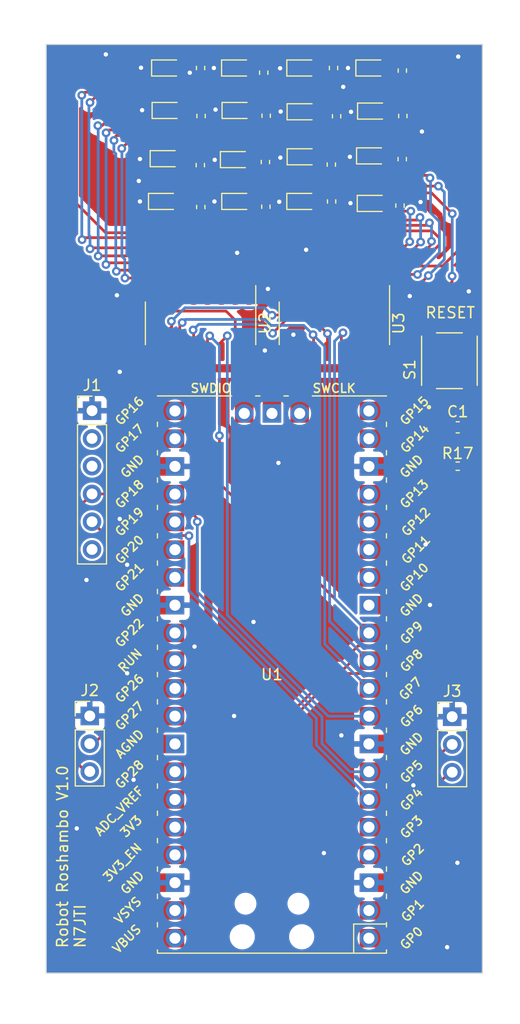
<source format=kicad_pcb>
(kicad_pcb (version 20221018) (generator pcbnew)
  (layers (0 "F.Cu" signal) (31 "B.Cu" signal) (34 "B.Paste" user) (35 "F.Paste" user) (36 "B.SilkS" user "B.Silkscreen") (37 "F.SilkS" user "F.Silkscreen") (38 "B.Mask" user) (39 "F.Mask" user) (44 "Edge.Cuts" user))
  (net 0 "")
  (net 1 "Net-(D1-A)")
  (net 2 "+5V")
  (net 3 "Net-(D2-A)")
  (net 4 "Net-(D3-A)")
  (net 5 "Net-(D4-A)")
  (net 6 "Net-(D5-A)")
  (net 7 "Net-(D6-A)")
  (net 8 "Net-(D7-A)")
  (net 9 "Net-(D8-A)")
  (net 10 "Net-(D9-A)")
  (net 11 "GND")
  (net 14 "/RX1")
  (net 15 "/TX1")
  (net 17 "Net-(D10-A)")
  (net 18 "Net-(D11-A)")
  (net 19 "Net-(D12-A)")
  (net 20 "Net-(D13-A)")
  (net 21 "Net-(D14-A)")
  (net 22 "Net-(D15-A)")
  (net 23 "Net-(D16-A)")
  (net 24 "/D1")
  (net 25 "/D2")
  (net 26 "/D3")
  (net 27 "/D4")
  (net 28 "/D5")
  (net 29 "/D6")
  (net 30 "/D7")
  (net 31 "/D8")
  (net 32 "/D9")
  (net 33 "/D10")
  (net 34 "/D11")
  (net 35 "/D12")
  (net 36 "/D13")
  (net 37 "/D14")
  (net 38 "/D15")
  (net 39 "/D16")
  (net 40 "/SER")
  (net 41 "/SRCLK")
  (net 42 "/RCLK")
  (net 54 "Net-(U1-RUN)")
  (net 61 "Net-(U1-3V3_EN)")
  (net 73 "Net-(U2-QH')")
  (net 75 "/OE")
  (footprint "LED_SMD:LED_0603_1608Metric" (layer "F.Cu") (at 124.8825 52.152)
    (fp_text reference "D4" hide)
    (fp_text value "YELLOW")
  )
  (footprint "Package_SO:SO-16_3.9x9.9mm_P1.27mm" (layer "F.Cu") (at 109.16 75.52 -90)
    (fp_text reference "U2")
    (fp_text value "74HC595")
  )
  (footprint "Resistor_SMD:R_0402_1005Metric" (layer "F.Cu") (at 121.35 52.152 90)
    (fp_text reference "R3" hide)
    (fp_text value "88")
  )
  (footprint "Capacitor_SMD:C_0603_1608Metric" (layer "F.Cu") (at 132.735254 85.040991)
    (fp_text reference "C1")
    (fp_text value "1uF")
  )
  (footprint "Resistor_SMD:R_0402_1005Metric" (layer "F.Cu") (at 127.647554 60.492167 90)
    (fp_text reference "R12" hide)
    (fp_text value "150")
  )
  (footprint "Resistor_SMD:R_0402_1005Metric" (layer "F.Cu") (at 127.441841 64.743016 90)
    (fp_text reference "R16" hide)
    (fp_text value "150")
  )
  (footprint "Connector_PinHeader_2.54mm:PinHeader_1x06_P2.54mm_Vertical" (layer "F.Cu") (at 99.207254 83.516991)
    (fp_text reference "J1")
    (fp_text value "Conn_01x06_Socket")
  )
  (footprint "LED_SMD:LED_0603_1608Metric" (layer "F.Cu") (at 106.023079 60.452739)
    (fp_text reference "D9" hide)
    (fp_text value "RED")
  )
  (footprint "Resistor_SMD:R_0402_1005Metric" (layer "F.Cu") (at 115.147795 64.848045 90)
    (fp_text reference "R14" hide)
    (fp_text value "40")
  )
  (footprint "Resistor_SMD:R_0402_1005Metric" (layer "F.Cu") (at 132.733254 88.596991)
    (fp_text reference "R17")
    (fp_text value "10k")
  )
  (footprint "Package_SO:SO-16_3.9x9.9mm_P1.27mm" (layer "F.Cu") (at 121.4282 75.52 -90)
    (fp_text reference "U3")
    (fp_text value "74HC595")
  )
  (footprint "Resistor_SMD:R_0402_1005Metric" (layer "F.Cu") (at 127.658364 52.389366 90)
    (fp_text reference "R4" hide)
    (fp_text value "150")
  )
  (footprint "TS-1187A-B-A-B:SW_TS-1187A-B-A-B" (layer "F.Cu") (at 131.973254 78.944991 90)
    (fp_text reference "S1")
    (fp_text value "TS-1187A-B-A-B")
  )
  (footprint "LED_SMD:LED_0603_1608Metric" (layer "F.Cu") (at 106.200931 56.0382)
    (fp_text reference "D5" hide)
    (fp_text value "RED")
  )
  (footprint "Resistor_SMD:R_0402_1005Metric" (layer "F.Cu") (at 115.173066 56.5208 90)
    (fp_text reference "R6" hide)
    (fp_text value "40")
  )
  (footprint "LED_SMD:LED_0603_1608Metric" (layer "F.Cu") (at 106.156419 52.152)
    (fp_text reference "D1" hide)
    (fp_text value "RED")
  )
  (footprint "Resistor_SMD:R_0402_1005Metric" (layer "F.Cu") (at 115.1036 60.7626 90)
    (fp_text reference "R10" hide)
    (fp_text value "40")
  )
  (footprint "Connector_PinHeader_2.54mm:PinHeader_1x03_P2.54mm_Vertical" (layer "F.Cu") (at 99 111.456991)
    (fp_text reference "J2")
    (fp_text value "Conn_01x03_Pin")
  )
  (footprint "Resistor_SMD:R_0402_1005Metric" (layer "F.Cu") (at 121.1488 60.9912 90)
    (fp_text reference "R11" hide)
    (fp_text value "88")
  )
  (footprint "LED_SMD:LED_0603_1608Metric" (layer "F.Cu") (at 112.6144 56.0382)
    (fp_text reference "D6" hide)
    (fp_text value "GREEN")
  )
  (footprint "LED_SMD:LED_0603_1608Metric" (layer "F.Cu") (at 125.0096 64.5472)
    (fp_text reference "D16" hide)
    (fp_text value "YELLOW")
  )
  (footprint "LED_SMD:LED_0603_1608Metric" (layer "F.Cu") (at 112.462546 60.537606)
    (fp_text reference "D10" hide)
    (fp_text value "GREEN")
  )
  (footprint "Resistor_SMD:R_0402_1005Metric" (layer "F.Cu") (at 109.204512 56.5482 90)
    (fp_text reference "R5" hide)
    (fp_text value "150")
  )
  (footprint "Resistor_SMD:R_0402_1005Metric" (layer "F.Cu") (at 114.950754 52.5818 90)
    (fp_text reference "R2" hide)
    (fp_text value "40")
  )
  (footprint "Resistor_SMD:R_0402_1005Metric" (layer "F.Cu") (at 109.179241 64.875445 90)
    (fp_text reference "R13" hide)
    (fp_text value "150")
  )
  (footprint "LED_SMD:LED_0603_1608Metric" (layer "F.Cu") (at 118.551419 52.152)
    (fp_text reference "D3" hide)
    (fp_text value "BLUE")
  )
  (footprint "Connector_PinHeader_2.54mm:PinHeader_1x03_P2.54mm_Vertical" (layer "F.Cu") (at 132.227254 111.525869)
    (fp_text reference "J3")
    (fp_text value "Conn_01x03_Pin")
  )
  (footprint "LED_SMD:LED_0603_1608Metric" (layer "F.Cu") (at 112.589129 64.365445)
    (fp_text reference "D14" hide)
    (fp_text value "GREEN")
  )
  (footprint "Resistor_SMD:R_0402_1005Metric" (layer "F.Cu") (at 109.16 52.152 90)
    (fp_text reference "R1" hide)
    (fp_text value "150")
  )
  (footprint "LED_SMD:LED_0603_1608Metric" (layer "F.Cu") (at 118.5834 60.28)
    (fp_text reference "D11" hide)
    (fp_text value "BLUE")
  )
  (footprint "LED_SMD:LED_0603_1608Metric" (layer "F.Cu") (at 105.87066 64.365445)
    (fp_text reference "D13" hide)
    (fp_text value "RED")
  )
  (footprint "LED_SMD:LED_0603_1608Metric" (layer "F.Cu") (at 118.551741 64.365445)
    (fp_text reference "D15" hide)
    (fp_text value "BLUE")
  )
  (footprint "MCU_RaspberryPi_and_Boards:RPi_Pico_SMD_TH" (layer "F.Cu") (at 115.704336 107.668709 180)
    (fp_text reference "U1")
    (fp_text value "Pico")
  )
  (footprint "Resistor_SMD:R_0402_1005Metric" (layer "F.Cu") (at 127.702876 56.5482 90)
    (fp_text reference "R8" hide)
    (fp_text value "150")
  )
  (footprint "Resistor_SMD:R_0402_1005Metric" (layer "F.Cu") (at 121.6314 56.5716 90)
    (fp_text reference "R7" hide)
    (fp_text value "88")
  )
  (footprint "LED_SMD:LED_0603_1608Metric" (layer "F.Cu") (at 112.569888 52.152)
    (fp_text reference "D2" hide)
    (fp_text value "GREEN")
  )
  (footprint "Resistor_SMD:R_0402_1005Metric" (layer "F.Cu") (at 109.135046 61.04 90)
    (fp_text reference "R9" hide)
    (fp_text value "150")
  )
  (footprint "LED_SMD:LED_0603_1608Metric" (layer "F.Cu") (at 125.038402 56.095839)
    (fp_text reference "D8" hide)
    (fp_text value "YELLOW")
  )
  (footprint "LED_SMD:LED_0603_1608Metric" (layer "F.Cu") (at 124.947719 60.198138)
    (fp_text reference "D12" hide)
    (fp_text value "YELLOW")
  )
  (footprint "LED_SMD:LED_0603_1608Metric" (layer "F.Cu") (at 118.577012 56.159489)
    (fp_text reference "D7" hide)
    (fp_text value "BLUE")
  )
  (footprint "Resistor_SMD:R_0402_1005Metric" (layer "F.Cu") (at 121.1742 64.3694 90)
    (fp_text reference "R15" hide)
    (fp_text value "88")
  )
  (gr_line (start 135 50) (end 135 135) (stroke (width 0.1)) (layer "Edge.Cuts"))
  (gr_line (start 95 50) (end 135 50) (stroke (width 0.1)) (layer "Edge.Cuts"))
  (gr_line (start 135 135) (end 95 135) (stroke (width 0.1)) (layer "Edge.Cuts"))
  (gr_line (start 95 135) (end 95 50) (stroke (width 0.1)) (layer "Edge.Cuts"))
  (gr_text "Robot Roshambo V1.0\nN7JTI" (at 98.699254 132.792991 90) (layer "F.SilkS") (effects (font (size 1 1)) (justify left bottom)))
  (gr_text "RESET" (at 129.687254 75.134991) (layer "F.SilkS") (effects (font (size 1 1)) (justify left bottom)))
  (segment (start 109.16 51.642) (end 107.453919 51.642) (width 0.25) (layer "F.Cu") (net 1))
  (segment (start 107.453919 51.642) (end 106.943919 52.152) (width 0.25) (layer "F.Cu") (net 1))
  (segment (start 113.605 78.095) (end 113.605 79.1036) (width 0.75) (layer "F.Cu") (net 2))
  (segment (start 125.7694 79.637) (end 123.7926 79.637) (width 0.75) (layer "F.Cu") (net 2))
  (segment (start 108.605254 79.637) (end 112.8684 79.637) (width 0.75) (layer "F.Cu") (net 2))
  (segment (start 113.605 79.1036) (end 114.1384 79.637) (width 0.75) (layer "F.Cu") (net 2))
  (segment (start 118.257254 78.099054) (end 118.2532 78.095) (width 0.75) (layer "F.Cu") (net 2))
  (segment (start 112.8684 79.637) (end 114.1384 79.637) (width 0.75) (layer "F.Cu") (net 2))
  (segment (start 109.875254 128.906746) (end 109.875254 80.907) (width 0.75) (layer "F.Cu") (net 2))
  (segment (start 106.983291 131.798709) (end 109.875254 128.906746) (width 0.75) (layer "F.Cu") (net 2))
  (segment (start 114.1384 79.637) (end 118.257254 79.637) (width 0.75) (layer "F.Cu") (net 2))
  (segment (start 118.257254 79.637) (end 118.257254 78.099054) (width 0.75) (layer "F.Cu") (net 2))
  (segment (start 125.8732 78.095) (end 125.8732 79.5332) (width 0.75) (layer "F.Cu") (net 2))
  (segment (start 109.875254 80.907) (end 108.605254 79.637) (width 0.75) (layer "F.Cu") (net 2))
  (segment (start 118.257254 79.637) (end 123.7926 79.637) (width 0.75) (layer "F.Cu") (net 2))
  (segment (start 105.985 78.095) (end 105.985 79.1014) (width 0.75) (layer "F.Cu") (net 2))
  (segment (start 105.985 78.095) (end 105.985 78.725305) (width 0.75) (layer "F.Cu") (net 2))
  (segment (start 125.8732 79.5332) (end 125.7694 79.637) (width 0.25) (layer "F.Cu") (net 2))
  (segment (start 105.985 78.725305) (end 106.896695 79.637) (width 0.75) (layer "F.Cu") (net 2))
  (segment (start 106.814336 131.798709) (end 106.983291 131.798709) (width 0.75) (layer "F.Cu") (net 2))
  (segment (start 106.896695 79.637) (end 108.605254 79.637) (width 0.75) (layer "F.Cu") (net 2))
  (segment (start 114.950754 52.0718) (end 113.437588 52.0718) (width 0.25) (layer "F.Cu") (net 3))
  (segment (start 113.437588 52.0718) (end 113.357388 52.152) (width 0.25) (layer "F.Cu") (net 3))
  (segment (start 121.35 51.642) (end 119.848919 51.642) (width 0.25) (layer "F.Cu") (net 4))
  (segment (start 119.848919 51.642) (end 119.338919 52.152) (width 0.25) (layer "F.Cu") (net 4))
  (segment (start 125.942634 51.879366) (end 125.67 52.152) (width 0.25) (layer "F.Cu") (net 5))
  (segment (start 127.658364 51.879366) (end 125.942634 51.879366) (width 0.25) (layer "F.Cu") (net 5))
  (segment (start 109.204512 56.0382) (end 106.988431 56.0382) (width 0.25) (layer "F.Cu") (net 6))
  (segment (start 115.145666 56.0382) (end 113.4019 56.0382) (width 0.25) (layer "F.Cu") (net 7))
  (segment (start 115.173066 56.0108) (end 115.145666 56.0382) (width 0.25) (layer "F.Cu") (net 7))
  (segment (start 119.462401 56.0616) (end 119.364512 56.159489) (width 0.25) (layer "F.Cu") (net 8))
  (segment (start 119.511201 56.0128) (end 119.364512 56.159489) (width 0.25) (layer "F.Cu") (net 8))
  (segment (start 121.6314 56.0616) (end 119.462401 56.0616) (width 0.25) (layer "F.Cu") (net 8))
  (segment (start 125.883541 56.0382) (end 125.825902 56.095839) (width 0.25) (layer "F.Cu") (net 9))
  (segment (start 127.702876 56.0382) (end 125.883541 56.0382) (width 0.25) (layer "F.Cu") (net 9))
  (segment (start 109.135046 60.53) (end 106.88784 60.53) (width 0.25) (layer "F.Cu") (net 10))
  (segment (start 106.88784 60.53) (end 106.810579 60.452739) (width 0.25) (layer "F.Cu") (net 10))
  (segment (start 124.095 52.152) (end 122.6728 52.152) (width 0.25) (layer "F.Cu") (net 11))
  (segment (start 116.4752 52.152) (end 117.763919 52.152) (width 0.25) (layer "F.Cu") (net 11))
  (segment (start 105.235579 60.452739) (end 103.627861 60.452739) (width 0.25) (layer "F.Cu") (net 11))
  (segment (start 103.627861 60.452739) (end 103.5974 60.4832) (width 0.25) (layer "F.Cu") (net 11))
  (segment (start 110.433955 64.365445) (end 110.43 64.3694) (width 0.25) (layer "F.Cu") (net 11))
  (segment (start 124.160219 60.198138) (end 122.932462 60.198138) (width 0.25) (layer "F.Cu") (net 11))
  (segment (start 124.2221 64.5472) (end 122.9268 64.5472) (width 0.25) (layer "F.Cu") (net 11))
  (segment (start 116.9832 72.945) (end 116.999 72.945) (width 0.25) (layer "F.Cu") (net 11))
  (segment (start 105.368919 52.152) (end 103.7244 52.152) (width 0.25) (layer "F.Cu") (net 11))
  (segment (start 116.520289 56.159489) (end 116.5006 56.1398) (width 0.25) (layer "F.Cu") (net 11))
  (segment (start 117.764241 64.365445) (end 116.402955 64.365445) (width 0.25) (layer "F.Cu") (net 11))
  (segment (start 122.932462 60.198138) (end 122.8506 60.28) (width 0.25) (layer "F.Cu") (net 11))
  (segment (start 105.413431 56.0382) (end 103.826 56.0382) (width 0.25) (layer "F.Cu") (net 11))
  (segment (start 124.250902 56.095839) (end 123.021561 56.095839) (width 0.25) (layer "F.Cu") (net 11))
  (segment (start 111.801629 64.365445) (end 110.433955 64.365445) (width 0.25) (layer "F.Cu") (net 11))
  (segment (start 117.7959 60.28) (end 116.5514 60.28) (width 0.25) (layer "F.Cu") (net 11))
  (segment (start 103.826 56.0382) (end 103.8006 56.0128) (width 0.25) (layer "F.Cu") (net 11))
  (segment (start 103.7244 52.152) (end 103.699 52.1266) (width 0.25) (layer "F.Cu") (net 11))
  (segment (start 101.4988 72.945) (end 101.4892 72.9546) (width 0.25) (layer "F.Cu") (net 11))
  (segment (start 111.782388 52.152) (end 110.3792 52.152) (width 0.25) (layer "F.Cu") (net 11))
  (segment (start 116.999 72.945) (end 117.0086 72.9546) (width 0.25) (layer "F.Cu") (net 11))
  (segment (start 111.8269 56.0382) (end 110.6078 56.0382) (width 0.25) (layer "F.Cu") (net 11))
  (segment (start 110.477194 60.537606) (end 110.4554 60.5594) (width 0.25) (layer "F.Cu") (net 11))
  (segment (start 105.08316 64.365445) (end 103.601355 64.365445) (width 0.25) (layer "F.Cu") (net 11))
  (segment (start 116.402955 64.365445) (end 116.3736 64.3948) (width 0.25) (layer "F.Cu") (net 11))
  (segment (start 116.5514 60.28) (end 116.4752 60.3562) (width 0.25) (layer "F.Cu") (net 11))
  (segment (start 103.601355 64.365445) (end 103.5974 64.3694) (width 0.25) (layer "F.Cu") (net 11))
  (segment (start 122.9268 64.5472) (end 122.9014 64.5218) (width 0.25) (layer "F.Cu") (net 11))
  (segment (start 123.021561 56.095839) (end 122.9522 56.1652) (width 0.25) (layer "F.Cu") (net 11))
  (segment (start 110.6078 56.0382) (end 110.5316 55.962) (width 0.25) (layer "F.Cu") (net 11))
  (segment (start 111.675046 60.537606) (end 110.477194 60.537606) (width 0.25) (layer "F.Cu") (net 11))
  (segment (start 117.789512 56.159489) (end 116.520289 56.159489) (width 0.25) (layer "F.Cu") (net 11))
  (via (at 122.6728 52.152) (size 0.8) (drill 0.4) (layers "F.Cu" "B.Cu") (net 11))
  (via (at 101.747254 79.960991) (size 0.8) (drill 0.4) (layers "F.Cu" "B.Cu") (net 11))
  (via (at 116.3736 64.3948) (size 0.8) (drill 0.4) (layers "F.Cu" "B.Cu") (net 11))
  (via (at 110.5316 55.962) (size 0.8) (drill 0.4) (layers "F.Cu" "B.Cu") (net 11))
  (via (at 128.671254 117.806991) (size 0.8) (drill 0.4) (layers "F.Cu" "B.Cu") (net 11))
  (via (at 116.2974 88.2962) (size 0.8) (drill 0.4) (layers "F.Cu" "B.Cu") (net 11))
  (via (at 129.4546 57.9686) (size 0.8) (drill 0.4) (layers "F.Cu" "B.Cu") (net 11))
  (via (at 122.9522 56.1652) (size 0.8) (drill 0.4) (layers "F.Cu" "B.Cu") (net 11))
  (via (at 112.2334 111.456991) (size 0.8) (drill 0.4) (layers "F.Cu" "B.Cu") (net 11))
  (via (at 122.241 53.8792) (size 0.8) (drill 0.4) (layers "F.Cu" "B.Cu") (net 11))
  (via (at 103.699 52.1266) (size 0.8) (drill 0.4) (layers "F.Cu" "B.Cu") (net 11))
  (via (at 133.751254 72.594991) (size 0.8) (drill 0.4) (layers "F.Cu" "B.Cu") (net 11))
  (via (at 112.5128 69.0684) (size 0.8) (drill 0.4) (layers "F.Cu" "B.Cu") (net 11))
  (via (at 110.43 64.3694) (size 0.8) (drill 0.4) (layers "F.Cu" "B.Cu") (net 11))
  (via (at 122.9014 64.5218) (size 0.8) (drill 0.4) (layers "F.Cu" "B.Cu") (net 11))
  (via (at 103.017254 117.298991) (size 0.8) (drill 0.4) (layers "F.Cu" "B.Cu") (net 11))
  (via (at 100.4732 50.9074) (size 0.8) (drill 0.4) (layers "F.Cu" "B.Cu") (net 11))
  (via (at 102.429 107.5494) (size 0.8) (drill 0.4) (layers "F.Cu" "B.Cu") (net 11))
  (via (at 108.605254 105.106991) (size 0.8) (drill 0.4) (layers "F.Cu" "B.Cu") (net 11))
  (via (at 116.4498 52.1774) (size 0.8) (drill 0.4) (layers "F.Cu" "B.Cu") (net 11))
  (via (at 115.3322 72.3704) (size 0.8) (drill 0.4) (layers "F.Cu" "B.Cu") (net 11))
  (via (at 101.4892 72.9546) (size 0.8) (drill 0.4) (layers "F.Cu" "B.Cu") (net 11))
  (via (at 116.5006 56.1398) (size 0.8) (drill 0.4) (layers "F.Cu" "B.Cu") (net 11))
  (via (at 103.8006 56.0128) (size 0.8) (drill 0.4) (layers "F.Cu" "B.Cu") (net 11))
  (via (at 101.747254 93.422991) (size 0.8) (drill 0.4) (layers "F.Cu" "B.Cu") (net 11))
  (via (at 132.782 51.1106) (size 0.8) (drill 0.4) (layers "F.Cu" "B.Cu") (net 11))
  (via (at 116.4752 60.3562) (size 0.8) (drill 0.4) (layers "F.Cu" "B.Cu") (net 11))
  (via (at 103.4958 62.4898) (size 0.8) (drill 0.4) (layers "F.Cu" "B.Cu") (net 11))
  (via (at 122.8506 60.28) (size 0.8) (drill 0.4) (layers "F.Cu" "B.Cu") (net 11))
  (via (at 130.195254 101.296991) (size 0.8) (drill 0.4) (layers "F.Cu" "B.Cu") (net 11))
  (via (at 128.337 73.0308) (size 0.8) (drill 0.4) (layers "F.Cu" "B.Cu") (net 11))
  (via (at 103.5974 64.3694) (size 0.8) (drill 0.4) (layers "F.Cu" "B.Cu") (net 11))
  (via (at 120.463 124.0086) (size 0.8) (drill 0.4) (layers "F.Cu" "B.Cu") (net 11))
  (via (at 108.1694 52.5838) (size 0.8) (drill 0.4) (layers "F.Cu" "B.Cu") (net 11))
  (via (at 115.0528 78.0092) (size 0.8) (drill 0.4) (layers "F.Cu" "B.Cu") (net 11))
  (via (at 118.8374 68.789) (size 0.8) (drill 0.4) (layers "F.Cu" "B.Cu") (net 11))
  (via (at 102.429 97.618) (size 0.8) (drill 0.4) (layers "F.Cu" "B.Cu") (net 11))
  (via (at 103.5974 60.4832) (size 0.8) (drill 0.4) (layers "F.Cu" "B.Cu") (net 11))
  (via (at 98.699254 99.010991) (size 0.8) (drill 0.4) (layers "F.Cu" "B.Cu") (net 11))
  (via (at 131.766 132.6192) (size 0.8) (drill 0.4) (layers "F.Cu" "B.Cu") (net 11))
  (via (at 97.8062 121.748) (size 0.8) (drill 0.4) (layers "F.Cu" "B.Cu") (net 11))
  (via (at 110.4554 60.5594) (size 0.8) (drill 0.4) (layers "F.Cu" "B.Cu") (net 11))
  (via (at 117.669 76.5614) (size 0.8) (drill 0.4) (layers "F.Cu" "B.Cu") (net 11))
  (via (at 129.3276 64.4202) (size 0.8) (drill 0.4) (layers "F.Cu" "B.Cu") (net 11))
  (via (at 132.7058 124.8976) (size 0.8) (drill 0.4) (layers "F.Cu" "B.Cu") (net 11))
  (via (at 122.067254 113.234991) (size 0.8) (drill 0.4) (layers "F.Cu" "B.Cu") (net 11))
  (via (at 129.7848 95.7638) (size 0.8) (drill 0.4) (layers "F.Cu" "B.Cu") (net 11))
  (via (at 114.0114 102.8504) (size 0.8) (drill 0.4) (layers "F.Cu" "B.Cu") (net 11))
  (via (at 110.3792 52.152) (size 0.8) (drill 0.4) (layers "F.Cu" "B.Cu") (net 11))
  (segment (start 108.859254 93.393627) (end 107.872618 92.406991) (width 0.25) (layer "F.Cu") (net 14))
  (segment (start 96.5986 93.745645) (end 96.5986 114.5206) (width 0.25) (layer "F.Cu") (net 14))
  (segment (start 129.546079 116.558709) (end 132.038919 114.065869) (width 0.25) (layer "F.Cu") (net 14))
  (segment (start 101.545296 91.136991) (end 99.207254 91.136991) (width 0.25) (layer "F.Cu") (net 14))
  (segment (start 107.872618 92.406991) (end 102.815296 92.406991) (width 0.25) (layer "F.Cu") (net 14))
  (segment (start 108.859254 93.676991) (end 108.859254 93.393627) (width 0.25) (layer "F.Cu") (net 14))
  (segment (start 102.815296 92.406991) (end 101.545296 91.136991) (width 0.25) (layer "F.Cu") (net 14))
  (segment (start 99.207254 91.136991) (end 96.5986 93.745645) (width 0.25) (layer "F.Cu") (net 14))
  (segment (start 96.5986 114.5206) (end 99 116.922) (width 0.25) (layer "F.Cu") (net 14))
  (segment (start 124.594336 116.558709) (end 129.546079 116.558709) (width 0.25) (layer "F.Cu") (net 14))
  (via (at 108.859254 93.676991) (size 0.8) (drill 0.4) (layers "F.Cu" "B.Cu") (net 14))
  (segment (start 120.289254 111.541254) (end 120.289254 113.996991) (width 0.25) (layer "B.Cu") (net 14))
  (segment (start 122.850972 116.558709) (end 124.594336 116.558709) (width 0.25) (layer "B.Cu") (net 14))
  (segment (start 108.859254 100.111254) (end 120.289254 111.541254) (width 0.25) (layer "B.Cu") (net 14))
  (segment (start 120.289254 113.996991) (end 122.850972 116.558709) (width 0.25) (layer "B.Cu") (net 14))
  (segment (start 108.859254 93.676991) (end 108.859254 100.111254) (width 0.25) (layer "B.Cu") (net 14))
  (segment (start 101.1082 112.2738) (end 99 114.382) (width 0.25) (layer "F.Cu") (net 15))
  (segment (start 108.092163 94.968668) (end 108.070486 94.946991) (width 0.25) (layer "F.Cu") (net 15))
  (segment (start 129.521683 119.098709) (end 132.014523 116.605869) (width 0.25) (layer "F.Cu") (net 15))
  (segment (start 101.1082 95.577937) (end 101.1082 112.2738) (width 0.25) (layer "F.Cu") (net 15))
  (segment (start 100.477254 94.946991) (end 99.207254 93.676991) (width 0.25) (layer "F.Cu") (net 15))
  (segment (start 99.207254 93.676991) (end 101.1082 95.577937) (width 0.25) (layer "F.Cu") (net 15))
  (segment (start 124.594336 119.098709) (end 129.521683 119.098709) (width 0.25) (layer "F.Cu") (net 15))
  (segment (start 108.070486 94.946991) (end 100.477254 94.946991) (width 0.25) (layer "F.Cu") (net 15))
  (via (at 108.092163 94.968668) (size 0.8) (drill 0.4) (layers "F.Cu" "B.Cu") (net 15))
  (segment (start 119.781254 111.66965) (end 119.781254 114.125387) (width 0.25) (layer "B.Cu") (net 15))
  (segment (start 108.097254 99.98565) (end 119.781254 111.66965) (width 0.25) (layer "B.Cu") (net 15))
  (segment (start 119.781254 114.125387) (end 124.594336 118.938469) (width 0.25) (layer "B.Cu") (net 15))
  (segment (start 108.097254 94.973759) (end 108.097254 99.98565) (width 0.25) (layer "B.Cu") (net 15))
  (segment (start 108.092163 94.968668) (end 108.097254 94.973759) (width 0.25) (layer "B.Cu") (net 15))
  (segment (start 124.594336 118.938469) (end 124.594336 119.098709) (width 0.25) (layer "B.Cu") (net 15))
  (segment (start 113.535052 60.2526) (end 113.250046 60.537606) (width 0.25) (layer "F.Cu") (net 17))
  (segment (start 115.1036 60.2526) (end 113.535052 60.2526) (width 0.25) (layer "F.Cu") (net 17))
  (segment (start 121.1488 60.4812) (end 121.1488 60.4832) (width 0.25) (layer "F.Cu") (net 18))
  (segment (start 119.5741 60.4832) (end 119.3709 60.28) (width 0.25) (layer "F.Cu") (net 18))
  (segment (start 121.1488 60.4832) (end 119.5741 60.4832) (width 0.25) (layer "F.Cu") (net 18))
  (segment (start 119.6209 60.53) (end 119.3709 60.28) (width 0.25) (layer "F.Cu") (net 18))
  (segment (start 125.95119 59.982167) (end 125.735219 60.198138) (width 0.25) (layer "F.Cu") (net 19))
  (segment (start 127.647554 59.982167) (end 125.95119 59.982167) (width 0.25) (layer "F.Cu") (net 19))
  (segment (start 109.179241 64.365445) (end 106.65816 64.365445) (width 0.25) (layer "F.Cu") (net 20))
  (segment (start 115.529241 64.365445) (end 113.376629 64.365445) (width 0.25) (layer "F.Cu") (net 21))
  (segment (start 121.1742 63.8594) (end 119.845286 63.8594) (width 0.25) (layer "F.Cu") (net 22))
  (segment (start 119.845286 63.8594) (end 119.339241 64.365445) (width 0.25) (layer "F.Cu") (net 22))
  (segment (start 127.441841 64.233016) (end 127.534057 64.233016) (width 0.25) (layer "F.Cu") (net 23))
  (segment (start 127.289441 64.5472) (end 125.7971 64.5472) (width 0.25) (layer "F.Cu") (net 23))
  (segment (start 127.534057 64.233016) (end 127.568841 64.2678) (width 0.25) (layer "F.Cu") (net 23))
  (segment (start 127.568841 64.2678) (end 127.289441 64.5472) (width 0.25) (layer "F.Cu") (net 23))
  (segment (start 108.652 53.4728) (end 97.8316 53.4728) (width 0.25) (layer "F.Cu") (net 24))
  (segment (start 97.8316 53.4728) (end 97.8062 53.4474) (width 0.25) (layer "F.Cu") (net 24))
  (segment (start 97.8062 53.4474) (end 96.9426 54.311) (width 0.25) (layer "F.Cu") (net 24))
  (segment (start 96.9426 72.9038) (end 99.762 75.7232) (width 0.25) (layer "F.Cu") (net 24))
  (segment (start 105.0706 75.7232) (end 106.3914 74.4024) (width 0.25) (layer "F.Cu") (net 24))
  (segment (start 112.335 78.095) (end 112.335 75.2406) (width 0.25) (layer "F.Cu") (net 24))
  (segment (start 111.4968 74.4024) (end 112.335 75.2406) (width 0.25) (layer "F.Cu") (net 24))
  (segment (start 99.762 75.7232) (end 105.0706 75.7232) (width 0.25) (layer "F.Cu") (net 24))
  (segment (start 109.16 52.9648) (end 108.652 53.4728) (width 0.25) (layer "F.Cu") (net 24))
  (segment (start 96.9426 54.311) (end 96.9426 72.9038) (width 0.25) (layer "F.Cu") (net 24))
  (segment (start 106.3914 74.4024) (end 111.4968 74.4024) (width 0.25) (layer "F.Cu") (net 24))
  (segment (start 97.3926 64.1662) (end 100.4584 67.232) (width 0.25) (layer "F.Cu") (net 25))
  (segment (start 108.168751 67.232) (end 113.605 72.668249) (width 0.25) (layer "F.Cu") (net 25))
  (segment (start 97.3926 54.497396) (end 97.3926 64.1662) (width 0.25) (layer "F.Cu") (net 25))
  (segment (start 113.605 72.668249) (end 113.605 72.945) (width 0.25) (layer "F.Cu") (net 25))
  (segment (start 115.128554 53.1446) (end 114.377754 53.8954) (width 0.25) (layer "F.Cu") (net 25))
  (segment (start 97.967196 53.9228) (end 97.3926 54.497396) (width 0.25) (layer "F.Cu") (net 25))
  (segment (start 114.350354 53.9228) (end 97.967196 53.9228) (width 0.25) (layer "F.Cu") (net 25))
  (segment (start 100.4584 67.232) (end 108.168751 67.232) (width 0.25) (layer "F.Cu") (net 25))
  (segment (start 114.377754 53.8954) (end 114.350354 53.9228) (width 0.25) (layer "F.Cu") (net 25))
  (segment (start 112.335 72.668249) (end 112.335 72.945) (width 0.25) (layer "F.Cu") (net 26))
  (segment (start 121.35 52.662) (end 119.6392 54.3728) (width 0.25) (layer "F.Cu") (net 26))
  (segment (start 98.474864 67.682) (end 107.348751 67.682) (width 0.25) (layer "F.Cu") (net 26))
  (segment (start 98.295243 67.861621) (end 98.474864 67.682) (width 0.25) (layer "F.Cu") (net 26))
  (segment (start 107.348751 67.682) (end 112.335 72.668249) (width 0.25) (layer "F.Cu") (net 26))
  (segment (start 98.542897 54.3728) (end 98.268397 54.6473) (width 0.25) (layer "F.Cu") (net 26))
  (segment (start 119.6392 54.3728) (end 101.54 54.3728) (width 0.25) (layer "F.Cu") (net 26))
  (segment (start 101.54 54.3728) (end 98.542897 54.3728) (width 0.25) (layer "F.Cu") (net 26))
  (via (at 98.268397 54.6473) (size 0.8) (drill 0.4) (layers "F.Cu" "B.Cu") (net 26))
  (via (at 98.295243 67.861621) (size 0.8) (drill 0.4) (layers "F.Cu" "B.Cu") (net 26))
  (segment (start 98.295243 67.861621) (end 98.268397 67.834775) (width 0.25) (layer "B.Cu") (net 26))
  (segment (start 98.268397 67.834775) (end 98.268397 54.6473) (width 0.25) (layer "B.Cu") (net 26))
  (segment (start 99.019743 55.306454) (end 99.503397 54.8228) (width 0.25) (layer "F.Cu") (net 27))
  (segment (start 99.024558 68.703615) (end 99.116973 68.6112) (width 0.25) (layer "F.Cu") (net 27))
  (segment (start 125.73493 54.8228) (end 127.658364 52.899366) (width 0.25) (layer "F.Cu") (net 27))
  (segment (start 111.065 72.668249) (end 111.065 72.945) (width 0.25) (layer "F.Cu") (net 27))
  (segment (start 107.007951 68.6112) (end 111.065 72.668249) (width 0.25) (layer "F.Cu") (net 27))
  (segment (start 99.116973 68.6112) (end 107.007951 68.6112) (width 0.25) (layer "F.Cu") (net 27))
  (segment (start 99.503397 54.8228) (end 125.73493 54.8228) (width 0.25) (layer "F.Cu") (net 27))
  (via (at 99.024558 68.703615) (size 0.8) (drill 0.4) (layers "F.Cu" "B.Cu") (net 27))
  (via (at 99.019743 55.306454) (size 0.8) (drill 0.4) (layers "F.Cu" "B.Cu") (net 27))
  (segment (start 99.024558 67.565631) (end 98.9238 67.464873) (width 0.25) (layer "B.Cu") (net 27))
  (segment (start 99.024558 68.703615) (end 99.024558 67.565631) (width 0.25) (layer "B.Cu") (net 27))
  (segment (start 98.9238 67.464873) (end 98.9238 55.402397) (width 0.25) (layer "B.Cu") (net 27))
  (segment (start 98.9238 55.402397) (end 99.019743 55.306454) (width 0.25) (layer "B.Cu") (net 27))
  (segment (start 99.7741 69.36482) (end 99.79112 69.3478) (width 0.25) (layer "F.Cu") (net 28))
  (segment (start 100.498595 57.0582) (end 109.204512 57.0582) (width 0.25) (layer "F.Cu") (net 28))
  (segment (start 99.743819 57.428281) (end 100.128514 57.428281) (width 0.25) (layer "F.Cu") (net 28))
  (segment (start 106.474551 69.3478) (end 109.795 72.668249) (width 0.25) (layer "F.Cu") (net 28))
  (segment (start 100.128514 57.428281) (end 100.498595 57.0582) (width 0.25) (layer "F.Cu") (net 28))
  (segment (start 109.795 72.668249) (end 109.795 72.945) (width 0.25) (layer "F.Cu") (net 28))
  (segment (start 99.79112 69.3478) (end 106.474551 69.3478) (width 0.25) (layer "F.Cu") (net 28))
  (via (at 99.743819 57.428281) (size 0.8) (drill 0.4) (layers "F.Cu" "B.Cu") (net 28))
  (via (at 99.7741 69.36482) (size 0.8) (drill 0.4) (layers "F.Cu" "B.Cu") (net 28))
  (segment (start 99.771501 69.362221) (end 99.771501 57.455963) (width 0.25) (layer "B.Cu") (net 28))
  (segment (start 99.7741 69.36482) (end 99.771501 69.362221) (width 0.25) (layer "B.Cu") (net 28))
  (segment (start 99.771501 57.455963) (end 99.743819 57.428281) (width 0.25) (layer "B.Cu") (net 28))
  (segment (start 100.4853 69.9828) (end 105.987792 69.9828) (width 0.25) (layer "F.Cu") (net 29))
  (segment (start 115.173066 57.0308) (end 114.408227 57.795639) (width 0.25) (layer "F.Cu") (net 29))
  (segment (start 108.525 72.520008) (end 108.525 72.945) (width 0.25) (layer "F.Cu") (net 29))
  (segment (start 114.380827 57.823039) (end 100.759061 57.823039) (width 0.25) (layer "F.Cu") (net 29))
  (segment (start 105.987792 69.9828) (end 108.525 72.520008) (width 0.25) (layer "F.Cu") (net 29))
  (segment (start 100.759061 57.823039) (end 100.4986 58.0835) (width 0.25) (layer "F.Cu") (net 29))
  (segment (start 100.4853 70.13817) (end 100.4853 69.9828) (width 0.25) (layer "F.Cu") (net 29))
  (segment (start 114.408227 57.795639) (end 114.380827 57.823039) (width 0.25) (layer "F.Cu") (net 29))
  (via (at 100.4986 58.0835) (size 0.8) (drill 0.4) (layers "F.Cu" "B.Cu") (net 29))
  (via (at 100.4853 70.13817) (size 0.8) (drill 0.4) (layers "F.Cu" "B.Cu") (net 29))
  (segment (start 100.4986 70.12487) (end 100.4986 58.0835) (width 0.25) (layer "B.Cu") (net 29))
  (segment (start 100.4853 70.13817) (end 100.4986 70.12487) (width 0.25) (layer "B.Cu") (net 29))
  (segment (start 101.2231 58.564055) (end 101.2231 58.780828) (width 0.25) (layer "F.Cu") (net 30))
  (segment (start 121.6314 57.0816) (end 120.715 57.0816) (width 0.25) (layer "F.Cu") (net 30))
  (segment (start 101.546971 70.6548) (end 102.526105 70.6548) (width 0.25) (layer "F.Cu") (net 30))
  (segment (start 119.465561 58.331039) (end 101.456116 58.331039) (width 0.25) (layer "F.Cu") (net 30))
  (segment (start 102.565305 70.694) (end 106.062596 70.694) (width 0.25) (layer "F.Cu") (net 30))
  (segment (start 101.456116 58.331039) (end 101.2231 58.564055) (width 0.25) (layer "F.Cu") (net 30))
  (segment (start 107.255 71.886404) (end 107.255 72.945) (width 0.25) (layer "F.Cu") (net 30))
  (segment (start 101.441308 70.760463) (end 101.546971 70.6548) (width 0.25) (layer "F.Cu") (net 30))
  (segment (start 102.526105 70.6548) (end 102.565305 70.694) (width 0.25) (layer "F.Cu") (net 30))
  (segment (start 120.715 57.0816) (end 119.465561 58.331039) (width 0.25) (layer "F.Cu") (net 30))
  (segment (start 106.062596 70.694) (end 107.255 71.886404) (width 0.25) (layer "F.Cu") (net 30))
  (via (at 101.441308 70.760463) (size 0.8) (drill 0.4) (layers "F.Cu" "B.Cu") (net 30))
  (via (at 101.2231 58.780828) (size 0.8) (drill 0.4) (layers "F.Cu" "B.Cu") (net 30))
  (segment (start 101.441308 70.760463) (end 101.3876 70.706755) (width 0.25) (layer "B.Cu") (net 30))
  (segment (start 101.2093 58.794628) (end 101.2231 58.780828) (width 0.25) (layer "B.Cu") (net 30))
  (segment (start 101.2093 59.81568) (end 101.2093 58.794628) (width 0.25) (layer "B.Cu") (net 30))
  (segment (start 101.3876 59.99398) (end 101.2093 59.81568) (width 0.25) (layer "B.Cu") (net 30))
  (segment (start 101.3876 70.706755) (end 101.3876 59.99398) (width 0.25) (layer "B.Cu") (net 30))
  (segment (start 105.985 72.945) (end 105.985 72.0148) (width 0.25) (layer "F.Cu") (net 31))
  (segment (start 105.985 72.0148) (end 105.35 71.3798) (width 0.25) (layer "F.Cu") (net 31))
  (segment (start 102.668636 58.781039) (end 125.980037 58.781039) (width 0.25) (layer "F.Cu") (net 31))
  (segment (start 101.9343 59.515375) (end 102.668636 58.781039) (width 0.25) (layer "F.Cu") (net 31))
  (segment (start 125.980037 58.781039) (end 127.702876 57.0582) (width 0.25) (layer "F.Cu") (net 31))
  (segment (start 105.35 71.3798) (end 102.2258 71.3798) (width 0.25) (layer "F.Cu") (net 31))
  (via (at 101.9343 59.515375) (size 0.8) (drill 0.4) (layers "F.Cu" "B.Cu") (net 31))
  (via (at 102.2258 71.3798) (size 0.8) (drill 0.4) (layers "F.Cu" "B.Cu") (net 31))
  (segment (start 102.2142 69.657095) (end 101.9464 69.389295) (width 0.25) (layer "B.Cu") (net 31))
  (segment (start 101.9464 69.389295) (end 101.9464 59.527475) (width 0.25) (layer "B.Cu") (net 31))
  (segment (start 102.2142 71.3682) (end 102.2142 69.657095) (width 0.25) (layer "B.Cu") (net 31))
  (segment (start 102.2258 71.3798) (end 102.2142 71.3682) (width 0.25) (layer "B.Cu") (net 31))
  (segment (start 101.9464 59.527475) (end 101.9343 59.515375) (width 0.25) (layer "B.Cu") (net 31))
  (segment (start 109.135046 61.55) (end 110.493784 62.908738) (width 0.25) (layer "F.Cu") (net 32))
  (segment (start 132.233027 65.487) (end 130.328027 63.582) (width 0.25) (layer "F.Cu") (net 32))
  (segment (start 132.2232 71.71) (end 129.5054 74.4278) (width 0.25) (layer "F.Cu") (net 32))
  (segment (start 126.647738 62.908738) (end 110.493784 62.908738) (width 0.25) (layer "F.Cu") (net 32))
  (segment (start 130.328027 63.582) (end 127.321 63.582) (width 0.25) (layer "F.Cu") (net 32))
  (segment (start 124.6032 75.9264) (end 124.6032 78.095) (width 0.25) (layer "F.Cu") (net 32))
  (segment (start 127.321 63.582) (end 126.647738 62.908738) (width 0.25) (layer "F.Cu") (net 32))
  (segment (start 132.2232 71.202) (end 132.2232 71.71) (width 0.25) (layer "F.Cu") (net 32))
  (segment (start 126.1018 74.4278) (end 124.6032 75.9264) (width 0.25) (layer "F.Cu") (net 32))
  (segment (start 129.5054 74.4278) (end 126.1018 74.4278) (width 0.25) (layer "F.Cu") (net 32))
  (via (at 132.233027 65.487) (size 0.8) (drill 0.4) (layers "F.Cu" "B.Cu") (net 32))
  (via (at 132.2232 71.202) (size 0.8) (drill 0.4) (layers "F.Cu" "B.Cu") (net 32))
  (segment (start 132.233027 65.487) (end 132.233027 71.192173) (width 0.25) (layer "B.Cu") (net 32))
  (segment (start 132.233027 71.192173) (end 132.2232 71.202) (width 0.25) (layer "B.Cu") (net 32))
  (segment (start 129.4546 71.9132) (end 129.5054 71.8624) (width 0.25) (layer "F.Cu") (net 33))
  (segment (start 126.905 71.9132) (end 129.4546 71.9132) (width 0.25) (layer "F.Cu") (net 33))
  (segment (start 129.4546 71.739465) (end 130.042487 71.151578) (width 0.25) (layer "F.Cu") (net 33))
  (segment (start 128.53391 62.96611) (end 127.993938 62.426138) (width 0.25) (layer "F.Cu") (net 33))
  (segment (start 116.257138 62.426138) (end 115.1036 61.2726) (width 0.25) (layer "F.Cu") (net 33))
  (segment (start 129.4546 71.9132) (end 129.4546 71.739465) (width 0.25) (layer "F.Cu") (net 33))
  (segment (start 127.993938 62.426138) (end 116.257138 62.426138) (width 0.25) (layer "F.Cu") (net 33))
  (segment (start 125.8732 72.945) (end 126.905 71.9132) (width 0.25) (layer "F.Cu") (net 33))
  (segment (start 130.9665 62.96611) (end 128.53391 62.96611) (width 0.25) (layer "F.Cu") (net 33))
  (via (at 130.042487 71.151578) (size 0.8) (drill 0.4) (layers "F.Cu" "B.Cu") (net 33))
  (via (at 130.9665 62.96611) (size 0.8) (drill 0.4) (layers "F.Cu" "B.Cu") (net 33))
  (segment (start 131.508527 69.685538) (end 131.508527 63.508137) (width 0.25) (layer "B.Cu") (net 33))
  (segment (start 131.508527 63.508137) (end 130.9665 62.96611) (width 0.25) (layer "B.Cu") (net 33))
  (segment (start 130.042487 71.151578) (end 131.508527 69.685538) (width 0.25) (layer "B.Cu") (net 33))
  (segment (start 129.9493 61.976138) (end 130.1912 62.218038) (width 0.25) (layer "F.Cu") (net 34))
  (segment (start 129.0482 71.0496) (end 126.221849 71.0496) (width 0.25) (layer "F.Cu") (net 34))
  (segment (start 125.711459 61.5012) (end 126.186397 61.976138) (width 0.25) (layer "F.Cu") (net 34))
  (segment (start 124.6032 72.668249) (end 124.6032 72.945) (width 0.25) (layer "F.Cu") (net 34))
  (segment (start 121.1488 61.5012) (end 125.711459 61.5012) (width 0.25) (layer "F.Cu") (net 34))
  (segment (start 126.186397 61.976138) (end 129.9493 61.976138) (width 0.25) (layer "F.Cu") (net 34))
  (segment (start 126.221849 71.0496) (end 124.6032 72.668249) (width 0.25) (layer "F.Cu") (net 34))
  (via (at 129.0482 71.0496) (size 0.8) (drill 0.4) (layers "F.Cu" "B.Cu") (net 34))
  (via (at 130.1912 62.218038) (size 0.8) (drill 0.4) (layers "F.Cu" "B.Cu") (net 34))
  (segment (start 129.0482 71.0496) (end 131.058527 69.039273) (width 0.25) (layer "B.Cu") (net 34))
  (segment (start 130.242 62.268838) (end 130.1912 62.218038) (width 0.25) (layer "B.Cu") (net 34))
  (segment (start 130.242 65.400891) (end 130.242 62.268838) (width 0.25) (layer "B.Cu") (net 34))
  (segment (start 131.058527 66.217418) (end 130.242 65.400891) (width 0.25) (layer "B.Cu") (net 34))
  (segment (start 131.058527 69.039273) (end 131.058527 66.217418) (width 0.25) (layer "B.Cu") (net 34))
  (segment (start 132.958027 68.663773) (end 132.958027 63.932332) (width 0.25) (layer "F.Cu") (net 35))
  (segment (start 123.3078 72.9546) (end 123.3078 72.693649) (width 0.25) (layer "F.Cu") (net 35))
  (segment (start 132.958027 63.932332) (end 130.027862 61.002167) (width 0.25) (layer "F.Cu") (net 35))
  (segment (start 130.027862 61.002167) (end 127.647554 61.002167) (width 0.25) (layer "F.Cu") (net 35))
  (segment (start 123.3078 72.693649) (end 125.724849 70.2766) (width 0.25) (layer "F.Cu") (net 35))
  (segment (start 123.3174 72.945) (end 123.3078 72.9546) (width 0.25) (layer "F.Cu") (net 35))
  (segment (start 131.3452 70.2766) (end 132.958027 68.663773) (width 0.25) (layer "F.Cu") (net 35))
  (segment (start 123.3332 72.945) (end 123.3174 72.945) (width 0.25) (layer "F.Cu") (net 35))
  (segment (start 125.724849 70.2766) (end 131.3452 70.2766) (width 0.25) (layer "F.Cu") (net 35))
  (segment (start 124.904849 69.8266) (end 129.56 69.8266) (width 0.25) (layer "F.Cu") (net 36))
  (segment (start 131.058527 68.318187) (end 131.058527 67.717577) (width 0.25) (layer "F.Cu") (net 36))
  (segment (start 130.6992 68.677514) (end 131.058527 68.318187) (width 0.25) (layer "F.Cu") (net 36))
  (segment (start 129.56 69.8266) (end 130.6992 68.6874) (width 0.25) (layer "F.Cu") (net 36))
  (segment (start 110.855596 67.0618) (end 109.179241 65.385445) (width 0.25) (layer "F.Cu") (net 36))
  (segment (start 130.40275 67.0618) (end 110.855596 67.0618) (width 0.25) (layer "F.Cu") (net 36))
  (segment (start 130.6992 68.6874) (end 130.6992 68.677514) (width 0.25) (layer "F.Cu") (net 36))
  (segment (start 122.0632 72.945) (end 122.0632 72.668249) (width 0.25) (layer "F.Cu") (net 36))
  (segment (start 131.058527 67.717577) (end 130.40275 67.0618) (width 0.25) (layer "F.Cu") (net 36))
  (segment (start 122.0632 72.668249) (end 124.904849 69.8266) (width 0.25) (layer "F.Cu") (net 36))
  (segment (start 116.697596 66.5538) (end 115.529241 65.385445) (width 0.25) (layer "F.Cu") (net 37))
  (segment (start 130.333527 68.017882) (end 130.333527 68.291073) (width 0.25) (layer "F.Cu") (net 37))
  (segment (start 130.143294 66.32749) (end 129.916984 66.5538) (width 0.25) (layer "F.Cu") (net 37))
  (segment (start 129.248 69.3766) (end 124.084849 69.3766) (width 0.25) (layer "F.Cu") (net 37))
  (segment (start 124.084849 69.3766) (end 120.7932 72.668249) (width 0.25) (layer "F.Cu") (net 37))
  (segment (start 129.916984 66.5538) (end 116.697596 66.5538) (width 0.25) (layer "F.Cu") (net 37))
  (segment (start 130.333527 68.291073) (end 129.248 69.3766) (width 0.25) (layer "F.Cu") (net 37))
  (segment (start 120.7932 72.668249) (end 120.7932 72.945) (width 0.25) (layer "F.Cu") (net 37))
  (segment (start 130.333527 68.017882) (end 130.333527 68.252412) (width 0.25) (layer "F.Cu") (net 37))
  (via (at 130.143294 66.32749) (size 0.8) (drill 0.4) (layers "F.Cu" "B.Cu") (net 37))
  (via (at 130.333527 68.017882) (size 0.8) (drill 0.4) (layers "F.Cu" "B.Cu") (net 37))
  (segment (start 130.333527 66.517723) (end 130.143294 66.32749) (width 0.25) (layer "B.Cu") (net 37))
  (segment (start 130.333527 68.017882) (end 130.333527 66.517723) (width 0.25) (layer "B.Cu") (net 37))
  (segment (start 122.366 66.0712) (end 121.1742 64.8794) (width 0.25) (layer "F.Cu") (net 38))
  (segment (start 123.264849 68.9266) (end 119.5232 72.668249) (width 0.25) (layer "F.Cu") (net 38))
  (segment (start 128.491254 68.9266) (end 123.264849 68.9266) (width 0.25) (layer "F.Cu") (net 38))
  (segment (start 129.2768 65.8293) (end 129.0349 66.0712) (width 0.25) (layer "F.Cu") (net 38))
  (segment (start 129.33607 68.081784) (end 128.491254 68.9266) (width 0.25) (layer "F.Cu") (net 38))
  (segment (start 129.0349 66.0712) (end 122.366 66.0712) (width 0.25) (layer "F.Cu") (net 38))
  (segment (start 119.5232 72.668249) (end 119.5232 72.945) (width 0.25) (layer "F.Cu") (net 38))
  (via (at 129.33607 68.081784) (size 0.8) (drill 0.4) (layers "F.Cu" "B.Cu") (net 38))
  (via (at 129.2768 65.8293) (size 0.8) (drill 0.4) (layers "F.Cu" "B.Cu") (net 38))
  (segment (start 129.33607 68.081784) (end 129.33607 65.88857) (width 0.25) (layer "B.Cu") (net 38))
  (segment (start 129.33607 65.88857) (end 129.2768 65.8293) (width 0.25) (layer "B.Cu") (net 38))
  (segment (start 127.9128 68.4766) (end 122.444849 68.4766) (width 0.25) (layer "F.Cu") (net 39))
  (segment (start 127.441841 65.253016) (end 128.4386 65.253016) (width 0.25) (layer "F.Cu") (net 39))
  (segment (start 128.337 68.0524) (end 127.9128 68.4766) (width 0.25) (layer "F.Cu") (net 39))
  (segment (start 118.2532 72.668249) (end 118.2532 72.945) (width 0.25) (layer "F.Cu") (net 39))
  (segment (start 122.444849 68.4766) (end 118.2532 72.668249) (width 0.25) (layer "F.Cu") (net 39))
  (via (at 128.4386 65.253016) (size 0.8) (drill 0.4) (layers "F.Cu" "B.Cu") (net 39))
  (via (at 128.337 68.0524) (size 0.8) (drill 0.4) (layers "F.Cu" "B.Cu") (net 39))
  (segment (start 128.3624 65.329216) (end 128.4386 65.253016) (width 0.25) (layer "B.Cu") (net 39))
  (segment (start 128.3624 68.027) (end 128.3624 65.329216) (width 0.25) (layer "B.Cu") (net 39))
  (segment (start 128.337 68.0524) (end 128.3624 68.027) (width 0.25) (layer "B.Cu") (net 39))
  (segment (start 111.065 78.095) (end 111.065 77.2085) (width 0.25) (layer "F.Cu") (net 40))
  (segment (start 111.065 77.2085) (end 111.6105 76.663) (width 0.25) (layer "F.Cu") (net 40))
  (via (at 111.6105 76.663) (size 0.8) (drill 0.4) (layers "F.Cu" "B.Cu") (net 40))
  (segment (start 120.863105 111.478709) (end 124.594336 111.478709) (width 0.25) (layer "B.Cu") (net 40))
  (segment (start 111.6105 102.226104) (end 120.863105 111.478709) (width 0.25) (layer "B.Cu") (net 40))
  (segment (start 111.6105 76.663) (end 111.6105 102.226104) (width 0.25) (layer "B.Cu") (net 40))
  (segment (start 119.5232 76.6122) (end 119.5232 78.095) (width 0.25) (layer "F.Cu") (net 41))
  (segment (start 119.4724 76.5614) (end 119.5232 76.6122) (width 0.25) (layer "F.Cu") (net 41))
  (segment (start 107.255 78.095) (end 107.255 75.67418) (width 0.25) (layer "F.Cu") (net 41))
  (segment (start 107.255 75.67418) (end 107.477075 75.452105) (width 0.25) (layer "F.Cu") (net 41))
  (via (at 119.4724 76.5614) (size 0.8) (drill 0.4) (layers "F.Cu" "B.Cu") (net 41))
  (via (at 107.477075 75.452105) (size 0.8) (drill 0.4) (layers "F.Cu" "B.Cu") (net 41))
  (segment (start 124.594336 108.938709) (end 120.543254 104.887627) (width 0.25) (layer "B.Cu") (net 41))
  (segment (start 120.543254 77.632254) (end 119.4724 76.5614) (width 0.25) (layer "B.Cu") (net 41))
  (segment (start 115.613895 75.7094) (end 115.068895 75.1644) (width 0.25) (layer "B.Cu") (net 41))
  (segment (start 120.543254 104.887627) (end 120.543254 77.632254) (width 0.25) (layer "B.Cu") (net 41))
  (segment (start 107.76478 75.1644) (end 107.477075 75.452105) (width 0.25) (layer "B.Cu") (net 41))
  (segment (start 119.4724 76.5614) (end 118.6204 75.7094) (width 0.25) (layer "B.Cu") (net 41))
  (segment (start 115.068895 75.1644) (end 107.76478 75.1644) (width 0.25) (layer "B.Cu") (net 41))
  (segment (start 118.6204 75.7094) (end 115.613895 75.7094) (width 0.25) (layer "B.Cu") (net 41))
  (segment (start 116.9904 75.208) (end 119.5414 75.208) (width 0.25) (layer "F.Cu") (net 42))
  (segment (start 108.525 78.095) (end 108.525 76.1804) (width 0.25) (layer "F.Cu") (net 42))
  (segment (start 115.764 76.4344) (end 116.9904 75.208) (width 0.25) (layer "F.Cu") (net 42))
  (segment (start 108.525 76.1804) (end 108.4742 76.1296) (width 0.25) (layer "F.Cu") (net 42))
  (segment (start 120.7932 78.095) (end 120.7932 76.4598) (width 0.25) (layer "F.Cu") (net 42))
  (segment (start 119.5414 75.208) (end 120.7932 76.4598) (width 0.25) (layer "F.Cu") (net 42))
  (via (at 108.4742 76.1296) (size 0.8) (drill 0.4) (layers "F.Cu" "B.Cu") (net 42))
  (via (at 120.7932 76.4598) (size 0.8) (drill 0.4) (layers "F.Cu" "B.Cu") (net 42))
  (via (at 115.764 76.4344) (size 0.8) (drill 0.4) (layers "F.Cu" "B.Cu") (net 42))
  (segment (start 108.9894 75.6144) (end 114.882499 75.6144) (width 0.25) (layer "B.Cu") (net 42))
  (segment (start 120.7932 76.4598) (end 120.993254 76.659854) (width 0.25) (layer "B.Cu") (net 42))
  (segment (start 115.7386 76.4598) (end 115.764 76.4344) (width 0.25) (layer "B.Cu") (net 42))
  (segment (start 120.993254 76.659854) (end 120.993254 102.797627) (width 0.25) (layer "B.Cu") (net 42))
  (segment (start 120.993254 102.797627) (end 124.4 106.204373) (width 0.25) (layer "B.Cu") (net 42))
  (segment (start 108.4742 76.1296) (end 108.9894 75.6144) (width 0.25) (layer "B.Cu") (net 42))
  (segment (start 115.727899 76.4598) (end 115.7386 76.4598) (width 0.25) (layer "B.Cu") (net 42))
  (segment (start 114.882499 75.6144) (end 115.727899 76.4598) (width 0.25) (layer "B.Cu") (net 42))
  (segment (start 102.576858 134.258991) (end 107.26765 134.258991) (width 0.25) (layer "F.Cu") (net 54))
  (segment (start 101.747254 133.429387) (end 102.576858 134.258991) (width 0.25) (layer "F.Cu") (net 54))
  (segment (start 121.705732 107.573709) (end 127.569336 107.573709) (width 0.25) (layer "F.Cu") (net 54))
  (segment (start 131.960254 83.806991) (end 131.960254 85.040991) (width 0.25) (layer "F.Cu") (net 54))
  (segment (start 101.747254 109.256451) (end 101.747254 133.429387) (width 0.25) (layer "F.Cu") (net 54))
  (segment (start 131.960254 87.313991) (end 133.243254 88.596991) (width 0.25) (layer "F.Cu") (net 54))
  (segment (start 131.960254 85.040991) (end 131.960254 87.313991) (width 0.25) (layer "F.Cu") (net 54))
  (segment (start 106.814336 106.398709) (end 104.604996 106.398709) (width 0.25) (layer "F.Cu") (net 54))
  (segment (start 104.604996 106.398709) (end 101.747254 109.256451) (width 0.25) (layer "F.Cu") (net 54))
  (segment (start 127.569336 107.573709) (end 127.569336 106.462909) (width 0.25) (layer "F.Cu") (net 54))
  (segment (start 127.569336 106.462909) (end 128.548536 105.483709) (width 0.25) (layer "F.Cu") (net 54))
  (segment (start 130.098254 81.944991) (end 130.098254 75.944991) (width 0.25) (layer "F.Cu") (net 54))
  (segment (start 130.098254 81.944991) (end 131.960254 83.806991) (width 0.25) (layer "F.Cu") (net 54))
  (segment (start 111.087254 130.439387) (end 111.087254 118.192187) (width 0.25) (layer "F.Cu") (net 54))
  (segment (start 107.26765 134.258991) (end 111.087254 130.439387) (width 0.25) (layer "F.Cu") (net 54))
  (segment (start 128.548536 105.483709) (end 129.659336 105.483709) (width 0.25) (layer "F.Cu") (net 54))
  (segment (start 129.659336 105.483709) (end 133.243254 101.899791) (width 0.25) (layer "F.Cu") (net 54))
  (segment (start 133.243254 101.899791) (end 133.243254 88.596991) (width 0.25) (layer "F.Cu") (net 54))
  (segment (start 111.087254 118.192187) (end 121.705732 107.573709) (width 0.25) (layer "F.Cu") (net 54))
  (segment (start 129.47294 105.033709) (end 132.793254 101.713395) (width 0.25) (layer "F.Cu") (net 61))
  (segment (start 103.699536 124.178709) (end 102.197254 125.680991) (width 0.25) (layer "F.Cu") (net 61))
  (segment (start 122.336536 107.123709) (end 123.083254 106.376991) (width 0.25) (layer "F.Cu") (net 61))
  (segment (start 107.081254 133.808991) (end 110.637254 130.252991) (width 0.25) (layer "F.Cu") (net 61))
  (segment (start 132.793254 101.713395) (end 132.793254 89.166991) (width 0.25) (layer "F.Cu") (net 61))
  (segment (start 123.083254 106.376991) (end 123.083254 105.559791) (width 0.25) (layer "F.Cu") (net 61))
  (segment (start 110.637254 118.005791) (end 121.519336 107.123709) (width 0.25) (layer "F.Cu") (net 61))
  (segment (start 123.083254 105.559791) (end 123.609336 105.033709) (width 0.25) (layer "F.Cu") (net 61))
  (segment (start 123.609336 105.033709) (end 129.47294 105.033709) (width 0.25) (layer "F.Cu") (net 61))
  (segment (start 102.763254 133.808991) (end 107.081254 133.808991) (width 0.25) (layer "F.Cu") (net 61))
  (segment (start 132.793254 89.166991) (end 132.223254 88.596991) (width 0.25) (layer "F.Cu") (net 61))
  (segment (start 102.255254 125.738991) (end 102.255254 133.300991) (width 0.25) (layer "F.Cu") (net 61))
  (segment (start 102.255254 133.300991) (end 102.763254 133.808991) (width 0.25) (layer "F.Cu") (net 61))
  (segment (start 106.814336 124.178709) (end 103.699536 124.178709) (width 0.25) (layer "F.Cu") (net 61))
  (segment (start 102.197254 125.680991) (end 102.255254 125.738991) (width 0.25) (layer "F.Cu") (net 61))
  (segment (start 121.519336 107.123709) (end 122.336536 107.123709) (width 0.25) (layer "F.Cu") (net 61))
  (segment (start 110.637254 130.252991) (end 110.637254 118.005791) (width 0.25) (layer "F.Cu") (net 61))
  (segment (start 106.522895 75.372095) (end 106.522895 75.811) (width 0.25) (layer "F.Cu") (net 73))
  (segment (start 123.3332 75.8502) (end 122.241 74.758) (width 0.25) (layer "F.Cu") (net 73))
  (segment (start 106.522895 75.811) (end 104.715 77.618895) (width 0.25) (layer "F.Cu") (net 73))
  (segment (start 123.3332 78.095) (end 123.3332 75.8502) (width 0.25) (layer "F.Cu") (net 73))
  (segment (start 122.241 74.758) (end 115.7386 74.758) (width 0.25) (layer "F.Cu") (net 73))
  (segment (start 115.7386 74.758) (end 115.7132 74.7834) (width 0.25) (layer "F.Cu") (net 73))
  (segment (start 106.484599 75.333799) (end 106.522895 75.372095) (width 0.25) (layer "F.Cu") (net 73))
  (segment (start 104.715 77.618895) (end 104.715 78.095) (width 0.25) (layer "F.Cu") (net 73))
  (via (at 106.484599 75.333799) (size 0.8) (drill 0.4) (layers "F.Cu" "B.Cu") (net 73))
  (via (at 115.7132 74.7834) (size 0.8) (drill 0.4) (layers "F.Cu" "B.Cu") (net 73))
  (segment (start 115.0274 74.0976) (end 115.7132 74.7834) (width 0.25) (layer "B.Cu") (net 73))
  (segment (start 107.720798 74.0976) (end 115.0274 74.0976) (width 0.25) (layer "B.Cu") (net 73))
  (segment (start 106.484599 75.333799) (end 107.720798 74.0976) (width 0.25) (layer "B.Cu") (net 73))
  (segment (start 122.0632 76.536) (end 122.2156 76.3836) (width 0.25) (layer "F.Cu") (net 75))
  (segment (start 109.795 78.095) (end 109.795 76.8657) (width 0.25) (layer "F.Cu") (net 75))
  (segment (start 109.795 76.8657) (end 109.9982 76.6625) (width 0.25) (layer "F.Cu") (net 75))
  (segment (start 110.891254 90.155627) (end 124.594336 103.858709) (width 0.25) (layer "F.Cu") (net 75))
  (segment (start 110.891254 85.808245) (end 110.891254 90.155627) (width 0.25) (layer "F.Cu") (net 75))
  (segment (start 110.886 85.802991) (end 110.891254 85.808245) (width 0.25) (layer "F.Cu") (net 75))
  (segment (start 122.0632 78.095) (end 122.0632 76.536) (width 0.25) (layer "F.Cu") (net 75))
  (via (at 122.2156 76.3836) (size 0.8) (drill 0.4) (layers "F.Cu" "B.Cu") (net 75))
  (via (at 109.9982 76.6625) (size 0.8) (drill 0.4) (layers "F.Cu" "B.Cu") (net 75))
  (via (at 110.886 85.802991) (size 0.8) (drill 0.4) (layers "F.Cu" "B.Cu") (net 75))
  (segment (start 110.886 85.802991) (end 110.891254 85.797737) (width 0.25) (layer "B.Cu") (net 75))
  (segment (start 110.891254 77.555554) (end 109.9982 76.6625) (width 0.25) (layer "B.Cu") (net 75))
  (segment (start 122.2156 76.3836) (end 121.443254 77.155946) (width 0.25) (layer "B.Cu") (net 75))
  (segment (start 121.443254 77.155946) (end 121.443254 100.707627) (width 0.25) (layer "B.Cu") (net 75))
  (segment (start 110.891254 85.797737) (end 110.891254 77.555554) (width 0.25) (layer "B.Cu") (net 75))
  (segment (start 121.443254 100.707627) (end 124.594336 103.858709) (width 0.25) (layer "B.Cu") (net 75))
  (zone (net 0) (net_name "") (layer "F.Cu") (connect_pads (clearance 0)) (min_thickness 0.25)
    (keepout (tracks allowed) (vias allowed) (pads allowed) (copperpour not_allowed) (footprints allowed))
    (fill (thermal_gap 0.5) (thermal_bridge_width 0.5))
    (polygon (pts (xy 108.6012 74.7072) (xy 111.8016 74.7834) (xy 112.1318 77.0694) (xy 109.033 77.0694) (xy 108.652 74.8342)))
  )
  (zone (net 0) (net_name "") (layer "F.Cu") (connect_pads (clearance 0)) (min_thickness 0.25)
    (keepout (tracks allowed) (vias allowed) (pads allowed) (copperpour not_allowed) (footprints allowed))
    (fill (thermal_gap 0.5) (thermal_bridge_width 0.5) (island_removal_mode 1) (island_area_min 10))
    (polygon (pts (xy 111.827 55.0476) (xy 114.5194 55.0476) (xy 114.494 57.4606) (xy 111.8016 57.4098)))
  )
  (zone (net 0) (net_name "") (layer "F.Cu") (connect_pads (clearance 0)) (min_thickness 0.25)
    (keepout (tracks allowed) (vias allowed) (pads allowed) (copperpour not_allowed) (footprints allowed))
    (fill (thermal_gap 0.5) (thermal_bridge_width 0.5) (island_removal_mode 1) (island_area_min 10))
    (polygon (pts (xy 131.004 63.8614) (xy 131.766 63.0232) (xy 132.8328 64.1408) (xy 132.6042 64.8266) (xy 131.2072 64.09)))
  )
  (zone (net 0) (net_name "") (layer "F.Cu") (connect_pads (clearance 0)) (min_thickness 0.25)
    (keepout (tracks allowed) (vias allowed) (pads allowed) (copperpour not_allowed) (footprints allowed))
    (fill (thermal_gap 0.5) (thermal_bridge_width 0.5) (island_removal_mode 1) (island_area_min 10))
    (polygon (pts (xy 111.3698 59.0354) (xy 111.3698 59.9498) (xy 114.0114 59.9498) (xy 114.0622 59.0608) (xy 111.6746 58.9846)))
  )
  (zone (net 0) (net_name "") (layer "F.Cu") (connect_pads (clearance 0)) (min_thickness 0.25)
    (keepout (tracks allowed) (vias allowed) (pads allowed) (copperpour not_allowed) (footprints allowed))
    (fill (thermal_gap 0.5) (thermal_bridge_width 0.5) (island_removal_mode 1) (island_area_min 10))
    (polygon (pts (xy 97.1204 64.9028) (xy 99.762 67.0364) (xy 97.1966 67.4936)))
  )
  (zone (net 0) (net_name "") (layer "F.Cu") (connect_pads (clearance 0)) (min_thickness 0.25)
    (keepout (tracks allowed) (vias allowed) (pads allowed) (copperpour not_allowed) (footprints allowed))
    (fill (thermal_gap 0.5) (thermal_bridge_width 0.5) (island_removal_mode 1) (island_area_min 10))
    (polygon (pts (xy 111.7 52.5076) (xy 113.478 52.5584) (xy 113.478 53.5236) (xy 111.6746 53.422)))
  )
  (zone (net 0) (net_name "") (layer "F.Cu") (connect_pads (clearance 0)) (min_thickness 0.25)
    (keepout (tracks allowed) (vias allowed) (pads allowed) (copperpour not_allowed) (footprints allowed))
    (fill (thermal_gap 0.5) (thermal_bridge_width 0.5))
    (polygon (pts (xy 120.9456 75.139) (xy 122.114 75.139) (xy 123.1808 76.2312) (xy 123.1808 77.1202) (xy 121.4536 77.0186)))
  )
  (zone (net 0) (net_name "") (layer "F.Cu") (connect_pads (clearance 0)) (min_thickness 0.25)
    (keepout (tracks allowed) (vias allowed) (pads allowed) (copperpour not_allowed) (footprints allowed))
    (fill (thermal_gap 0.5) (thermal_bridge_width 0.5) (island_removal_mode 1) (island_area_min 10))
    (polygon (pts (xy 122.6728 73.7928) (xy 122.5966 75.0628) (xy 123.9936 76.0026) (xy 126.2796 73.8944)))
  )
  (zone (net 11) (net_name "GND") (layer "F.Cu") (priority 1) (connect_pads (clearance 0.5)) (min_thickness 0.25) (fill yes (thermal_gap 0.5) (thermal_bridge_width 0.5) (island_removal_mode 1) (island_area_min 10))
    (polygon (pts (xy 93.3104 46.437) (xy 137.9128 45.929) (xy 138.3192 137.623) (xy 90.7704 139.655)))
  )
  (zone (net 0) (net_name "") (layer "F.Cu") (connect_pads (clearance 0)) (min_thickness 0.25)
    (keepout (tracks allowed) (vias allowed) (pads allowed) (copperpour not_allowed) (footprints allowed))
    (fill (thermal_gap 0.5) (thermal_bridge_width 0.5) (island_removal_mode 1) (island_area_min 10))
    (polygon (pts (xy 125.8478 60.5086) (xy 127.2702 60.4324) (xy 127.2956 61.6008) (xy 126.0256 61.4484)))
  )
  (zone (net 0) (net_name "") (layer "F.Cu") (connect_pads (clearance 0)) (min_thickness 0.25)
    (keepout (tracks allowed) (vias allowed) (pads allowed) (copperpour not_allowed) (footprints allowed))
    (fill (thermal_gap 0.5) (thermal_bridge_width 0.5) (island_removal_mode 1) (island_area_min 10))
    (polygon (pts (xy 119.3708 51.1106) (xy 119.2946 53.3458) (xy 121.098 53.3204) (xy 121.098 51.0344)))
  )
  (zone (net 11) (net_name "GND") (layer "B.Cu") (connect_pads (clearance 0)) (min_thickness 0.25) (fill yes (thermal_gap 0.5) (thermal_bridge_width 0.5))
    (polygon (pts (xy 93.111254 46.686991) (xy 137.815254 46.178991) (xy 137.561254 136.348991) (xy 91.841254 136.602991)))
  )
)
</source>
